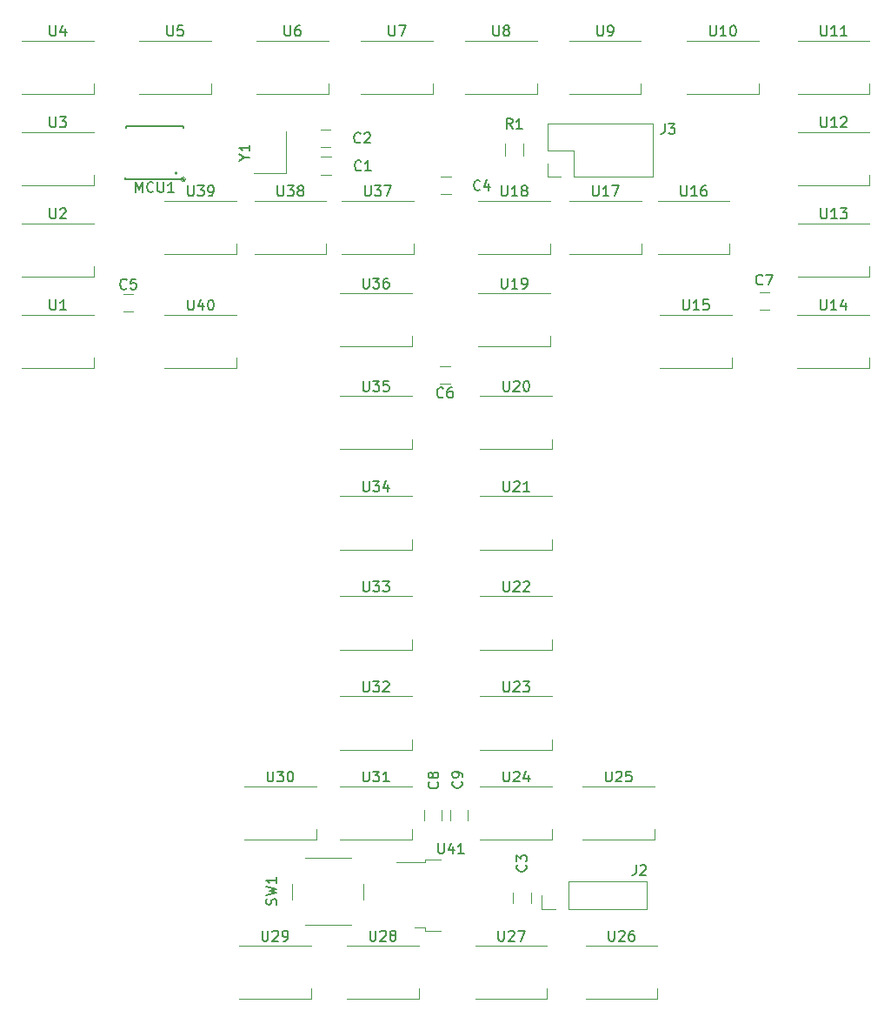
<source format=gbr>
G04 #@! TF.GenerationSoftware,KiCad,Pcbnew,(5.0.0)*
G04 #@! TF.CreationDate,2019-03-24T20:36:13-04:00*
G04 #@! TF.ProjectId,WS2812B Tiny T,575332383132422054696E7920542E6B,rev?*
G04 #@! TF.SameCoordinates,Original*
G04 #@! TF.FileFunction,Legend,Top*
G04 #@! TF.FilePolarity,Positive*
%FSLAX46Y46*%
G04 Gerber Fmt 4.6, Leading zero omitted, Abs format (unit mm)*
G04 Created by KiCad (PCBNEW (5.0.0)) date 03/24/19 20:36:13*
%MOMM*%
%LPD*%
G01*
G04 APERTURE LIST*
%ADD10C,0.120000*%
%ADD11C,0.100000*%
%ADD12C,0.150000*%
G04 APERTURE END LIST*
D10*
G04 #@! TO.C,U1*
X93162000Y-89912500D02*
X93162000Y-88912500D01*
X86162000Y-89912500D02*
X93162000Y-89912500D01*
X86162000Y-84712500D02*
X93162000Y-84712500D01*
G04 #@! TO.C,U2*
X86162000Y-75822500D02*
X93162000Y-75822500D01*
X86162000Y-81022500D02*
X93162000Y-81022500D01*
X93162000Y-81022500D02*
X93162000Y-80022500D01*
G04 #@! TO.C,U3*
X93162000Y-72132500D02*
X93162000Y-71132500D01*
X86162000Y-72132500D02*
X93162000Y-72132500D01*
X86162000Y-66932500D02*
X93162000Y-66932500D01*
G04 #@! TO.C,U4*
X86162000Y-58042500D02*
X93162000Y-58042500D01*
X86162000Y-63242500D02*
X93162000Y-63242500D01*
X93162000Y-63242500D02*
X93162000Y-62242500D01*
G04 #@! TO.C,U5*
X104592000Y-63242500D02*
X104592000Y-62242500D01*
X97592000Y-63242500D02*
X104592000Y-63242500D01*
X97592000Y-58042500D02*
X104592000Y-58042500D01*
G04 #@! TO.C,U6*
X109022000Y-58042500D02*
X116022000Y-58042500D01*
X109022000Y-63242500D02*
X116022000Y-63242500D01*
X116022000Y-63242500D02*
X116022000Y-62242500D01*
G04 #@! TO.C,U7*
X126182000Y-63242500D02*
X126182000Y-62242500D01*
X119182000Y-63242500D02*
X126182000Y-63242500D01*
X119182000Y-58042500D02*
X126182000Y-58042500D01*
G04 #@! TO.C,U8*
X129342000Y-58042500D02*
X136342000Y-58042500D01*
X129342000Y-63242500D02*
X136342000Y-63242500D01*
X136342000Y-63242500D02*
X136342000Y-62242500D01*
G04 #@! TO.C,U9*
X146462000Y-63242500D02*
X146462000Y-62242500D01*
X139462000Y-63242500D02*
X146462000Y-63242500D01*
X139462000Y-58042500D02*
X146462000Y-58042500D01*
G04 #@! TO.C,U10*
X150932000Y-58042500D02*
X157932000Y-58042500D01*
X150932000Y-63242500D02*
X157932000Y-63242500D01*
X157932000Y-63242500D02*
X157932000Y-62242500D01*
G04 #@! TO.C,U11*
X168727000Y-63242500D02*
X168727000Y-62242500D01*
X161727000Y-63242500D02*
X168727000Y-63242500D01*
X161727000Y-58042500D02*
X168727000Y-58042500D01*
G04 #@! TO.C,U12*
X161727000Y-66932500D02*
X168727000Y-66932500D01*
X161727000Y-72132500D02*
X168727000Y-72132500D01*
X168727000Y-72132500D02*
X168727000Y-71132500D01*
G04 #@! TO.C,U13*
X168727000Y-81022500D02*
X168727000Y-80022500D01*
X161727000Y-81022500D02*
X168727000Y-81022500D01*
X161727000Y-75822500D02*
X168727000Y-75822500D01*
G04 #@! TO.C,U15*
X148301000Y-84712500D02*
X155301000Y-84712500D01*
X148301000Y-89912500D02*
X155301000Y-89912500D01*
X155301000Y-89912500D02*
X155301000Y-88912500D01*
G04 #@! TO.C,U16*
X155098000Y-78822500D02*
X155098000Y-77822500D01*
X148098000Y-78822500D02*
X155098000Y-78822500D01*
X148098000Y-73622500D02*
X155098000Y-73622500D01*
G04 #@! TO.C,U17*
X139502000Y-73622500D02*
X146502000Y-73622500D01*
X139502000Y-78822500D02*
X146502000Y-78822500D01*
X146502000Y-78822500D02*
X146502000Y-77822500D01*
G04 #@! TO.C,U18*
X137612000Y-78822500D02*
X137612000Y-77822500D01*
X130612000Y-78822500D02*
X137612000Y-78822500D01*
X130612000Y-73622500D02*
X137612000Y-73622500D01*
G04 #@! TO.C,U19*
X130612000Y-82622500D02*
X137612000Y-82622500D01*
X130612000Y-87822500D02*
X137612000Y-87822500D01*
X137612000Y-87822500D02*
X137612000Y-86822500D01*
G04 #@! TO.C,U20*
X137812000Y-97822500D02*
X137812000Y-96822500D01*
X130812000Y-97822500D02*
X137812000Y-97822500D01*
X130812000Y-92622500D02*
X137812000Y-92622500D01*
G04 #@! TO.C,U21*
X137812000Y-107572500D02*
X137812000Y-106572500D01*
X130812000Y-107572500D02*
X137812000Y-107572500D01*
X130812000Y-102372500D02*
X137812000Y-102372500D01*
G04 #@! TO.C,U22*
X130812000Y-112122500D02*
X137812000Y-112122500D01*
X130812000Y-117322500D02*
X137812000Y-117322500D01*
X137812000Y-117322500D02*
X137812000Y-116322500D01*
G04 #@! TO.C,U23*
X137812000Y-127072500D02*
X137812000Y-126072500D01*
X130812000Y-127072500D02*
X137812000Y-127072500D01*
X130812000Y-121872500D02*
X137812000Y-121872500D01*
G04 #@! TO.C,U24*
X130812000Y-130622500D02*
X137812000Y-130622500D01*
X130812000Y-135822500D02*
X137812000Y-135822500D01*
X137812000Y-135822500D02*
X137812000Y-134822500D01*
G04 #@! TO.C,U25*
X147772000Y-135822500D02*
X147772000Y-134822500D01*
X140772000Y-135822500D02*
X147772000Y-135822500D01*
X140772000Y-130622500D02*
X147772000Y-130622500D01*
G04 #@! TO.C,U26*
X141062000Y-146122500D02*
X148062000Y-146122500D01*
X141062000Y-151322500D02*
X148062000Y-151322500D01*
X148062000Y-151322500D02*
X148062000Y-150322500D01*
G04 #@! TO.C,U27*
X137312000Y-151322500D02*
X137312000Y-150322500D01*
X130312000Y-151322500D02*
X137312000Y-151322500D01*
X130312000Y-146122500D02*
X137312000Y-146122500D01*
G04 #@! TO.C,U28*
X117812000Y-146122500D02*
X124812000Y-146122500D01*
X117812000Y-151322500D02*
X124812000Y-151322500D01*
X124812000Y-151322500D02*
X124812000Y-150322500D01*
G04 #@! TO.C,U29*
X114312000Y-151322500D02*
X114312000Y-150322500D01*
X107312000Y-151322500D02*
X114312000Y-151322500D01*
X107312000Y-146122500D02*
X114312000Y-146122500D01*
G04 #@! TO.C,U30*
X107812000Y-130622500D02*
X114812000Y-130622500D01*
X107812000Y-135822500D02*
X114812000Y-135822500D01*
X114812000Y-135822500D02*
X114812000Y-134822500D01*
G04 #@! TO.C,U31*
X124142000Y-135822500D02*
X124142000Y-134822500D01*
X117142000Y-135822500D02*
X124142000Y-135822500D01*
X117142000Y-130622500D02*
X124142000Y-130622500D01*
G04 #@! TO.C,U32*
X117142000Y-121872500D02*
X124142000Y-121872500D01*
X117142000Y-127072500D02*
X124142000Y-127072500D01*
X124142000Y-127072500D02*
X124142000Y-126072500D01*
G04 #@! TO.C,U33*
X124142000Y-117322500D02*
X124142000Y-116322500D01*
X117142000Y-117322500D02*
X124142000Y-117322500D01*
X117142000Y-112122500D02*
X124142000Y-112122500D01*
G04 #@! TO.C,U34*
X117142000Y-102372500D02*
X124142000Y-102372500D01*
X117142000Y-107572500D02*
X124142000Y-107572500D01*
X124142000Y-107572500D02*
X124142000Y-106572500D01*
G04 #@! TO.C,U35*
X124142000Y-97822500D02*
X124142000Y-96822500D01*
X117142000Y-97822500D02*
X124142000Y-97822500D01*
X117142000Y-92622500D02*
X124142000Y-92622500D01*
G04 #@! TO.C,U36*
X117142000Y-82622500D02*
X124142000Y-82622500D01*
X117142000Y-87822500D02*
X124142000Y-87822500D01*
X124142000Y-87822500D02*
X124142000Y-86822500D01*
G04 #@! TO.C,U37*
X124312000Y-78822500D02*
X124312000Y-77822500D01*
X117312000Y-78822500D02*
X124312000Y-78822500D01*
X117312000Y-73622500D02*
X124312000Y-73622500D01*
G04 #@! TO.C,U38*
X108812000Y-73622500D02*
X115812000Y-73622500D01*
X108812000Y-78822500D02*
X115812000Y-78822500D01*
X115812000Y-78822500D02*
X115812000Y-77822500D01*
G04 #@! TO.C,U39*
X107062000Y-78822500D02*
X107062000Y-77822500D01*
X100062000Y-78822500D02*
X107062000Y-78822500D01*
X100062000Y-73622500D02*
X107062000Y-73622500D01*
G04 #@! TO.C,U14*
X168687000Y-89912500D02*
X168687000Y-88912500D01*
X161687000Y-89912500D02*
X168687000Y-89912500D01*
X161687000Y-84712500D02*
X168687000Y-84712500D01*
G04 #@! TO.C,C1*
X116304000Y-69381000D02*
X115304000Y-69381000D01*
X115304000Y-71081000D02*
X116304000Y-71081000D01*
G04 #@! TO.C,C2*
X115240500Y-68414000D02*
X116240500Y-68414000D01*
X116240500Y-66714000D02*
X115240500Y-66714000D01*
G04 #@! TO.C,C3*
X135724000Y-141945500D02*
X135724000Y-140945500D01*
X134024000Y-140945500D02*
X134024000Y-141945500D01*
G04 #@! TO.C,C4*
X126937000Y-73024100D02*
X127937000Y-73024100D01*
X127937000Y-71324100D02*
X126937000Y-71324100D01*
G04 #@! TO.C,C5*
X96020000Y-84403300D02*
X97020000Y-84403300D01*
X97020000Y-82703300D02*
X96020000Y-82703300D01*
G04 #@! TO.C,C6*
X126876000Y-91464500D02*
X127876000Y-91464500D01*
X127876000Y-89764500D02*
X126876000Y-89764500D01*
G04 #@! TO.C,C7*
X158996000Y-82550900D02*
X157996000Y-82550900D01*
X157996000Y-84250900D02*
X158996000Y-84250900D01*
G04 #@! TO.C,C8*
X125337000Y-132938500D02*
X125337000Y-133938500D01*
X127037000Y-133938500D02*
X127037000Y-132938500D01*
G04 #@! TO.C,C9*
X129551000Y-133919500D02*
X129551000Y-132919500D01*
X127851000Y-132919500D02*
X127851000Y-133919500D01*
G04 #@! TO.C,J2*
X136782000Y-142552500D02*
X136782000Y-141222500D01*
X138112000Y-142552500D02*
X136782000Y-142552500D01*
X139382000Y-142552500D02*
X139382000Y-139892500D01*
X139382000Y-139892500D02*
X147062000Y-139892500D01*
X139382000Y-142552500D02*
X147062000Y-142552500D01*
X147062000Y-142552500D02*
X147062000Y-139892500D01*
G04 #@! TO.C,U40*
X107062000Y-89922500D02*
X107062000Y-88922500D01*
X100062000Y-89922500D02*
X107062000Y-89922500D01*
X100062000Y-84722500D02*
X107062000Y-84722500D01*
G04 #@! TO.C,SW1*
X119462000Y-141622500D02*
X119462000Y-140122500D01*
X118212000Y-137622500D02*
X113712000Y-137622500D01*
X112462000Y-140122500D02*
X112462000Y-141622500D01*
X113712000Y-144122500D02*
X118212000Y-144122500D01*
G04 #@! TO.C,U41*
X125478000Y-144391500D02*
X124378000Y-144391500D01*
X125478000Y-144661500D02*
X125478000Y-144391500D01*
X126978000Y-144661500D02*
X125478000Y-144661500D01*
X125478000Y-138031500D02*
X122648000Y-138031500D01*
X125478000Y-137761500D02*
X125478000Y-138031500D01*
X126978000Y-137761500D02*
X125478000Y-137761500D01*
G04 #@! TO.C,J3*
X137350000Y-71323500D02*
X137350000Y-69993500D01*
X138680000Y-71323500D02*
X137350000Y-71323500D01*
X137350000Y-68723500D02*
X137350000Y-66123500D01*
X139950000Y-68723500D02*
X137350000Y-68723500D01*
X139950000Y-71323500D02*
X139950000Y-68723500D01*
X137350000Y-66123500D02*
X147630000Y-66123500D01*
X139950000Y-71323500D02*
X147630000Y-71323500D01*
X147630000Y-71323500D02*
X147630000Y-66123500D01*
G04 #@! TO.C,R1*
X134992000Y-68053700D02*
X134992000Y-69253700D01*
X133232000Y-69253700D02*
X133232000Y-68053700D01*
D11*
G04 #@! TO.C,MCU1*
X102112607Y-71561000D02*
G75*
G03X102112607Y-71561000I-223607J0D01*
G01*
X102030421Y-71561000D02*
G75*
G03X102030421Y-71561000I-141421J0D01*
G01*
X101330421Y-70961000D02*
G75*
G03X101330421Y-70961000I-141421J0D01*
G01*
D12*
X101889000Y-71561000D02*
X101889000Y-71461000D01*
X96189000Y-71561000D02*
X96189000Y-71361000D01*
X96289000Y-66386000D02*
X96289000Y-66531000D01*
X101889000Y-66361000D02*
X101889000Y-66561000D01*
X101889000Y-71561000D02*
X96189000Y-71561000D01*
X101864000Y-66361000D02*
X96289000Y-66361000D01*
D10*
G04 #@! TO.C,Y1*
X111912500Y-70918000D02*
X111912500Y-66918000D01*
X108762500Y-70918000D02*
X111912500Y-70918000D01*
G04 #@! TO.C,U1*
D12*
X88900095Y-83264880D02*
X88900095Y-84074404D01*
X88947714Y-84169642D01*
X88995333Y-84217261D01*
X89090571Y-84264880D01*
X89281047Y-84264880D01*
X89376285Y-84217261D01*
X89423904Y-84169642D01*
X89471523Y-84074404D01*
X89471523Y-83264880D01*
X90471523Y-84264880D02*
X89900095Y-84264880D01*
X90185809Y-84264880D02*
X90185809Y-83264880D01*
X90090571Y-83407738D01*
X89995333Y-83502976D01*
X89900095Y-83550595D01*
G04 #@! TO.C,U2*
X88900095Y-74374880D02*
X88900095Y-75184404D01*
X88947714Y-75279642D01*
X88995333Y-75327261D01*
X89090571Y-75374880D01*
X89281047Y-75374880D01*
X89376285Y-75327261D01*
X89423904Y-75279642D01*
X89471523Y-75184404D01*
X89471523Y-74374880D01*
X89900095Y-74470119D02*
X89947714Y-74422500D01*
X90042952Y-74374880D01*
X90281047Y-74374880D01*
X90376285Y-74422500D01*
X90423904Y-74470119D01*
X90471523Y-74565357D01*
X90471523Y-74660595D01*
X90423904Y-74803452D01*
X89852476Y-75374880D01*
X90471523Y-75374880D01*
G04 #@! TO.C,U3*
X88900095Y-65484880D02*
X88900095Y-66294404D01*
X88947714Y-66389642D01*
X88995333Y-66437261D01*
X89090571Y-66484880D01*
X89281047Y-66484880D01*
X89376285Y-66437261D01*
X89423904Y-66389642D01*
X89471523Y-66294404D01*
X89471523Y-65484880D01*
X89852476Y-65484880D02*
X90471523Y-65484880D01*
X90138190Y-65865833D01*
X90281047Y-65865833D01*
X90376285Y-65913452D01*
X90423904Y-65961071D01*
X90471523Y-66056309D01*
X90471523Y-66294404D01*
X90423904Y-66389642D01*
X90376285Y-66437261D01*
X90281047Y-66484880D01*
X89995333Y-66484880D01*
X89900095Y-66437261D01*
X89852476Y-66389642D01*
G04 #@! TO.C,U4*
X88900095Y-56594880D02*
X88900095Y-57404404D01*
X88947714Y-57499642D01*
X88995333Y-57547261D01*
X89090571Y-57594880D01*
X89281047Y-57594880D01*
X89376285Y-57547261D01*
X89423904Y-57499642D01*
X89471523Y-57404404D01*
X89471523Y-56594880D01*
X90376285Y-56928214D02*
X90376285Y-57594880D01*
X90138190Y-56547261D02*
X89900095Y-57261547D01*
X90519142Y-57261547D01*
G04 #@! TO.C,U5*
X100330095Y-56594880D02*
X100330095Y-57404404D01*
X100377714Y-57499642D01*
X100425333Y-57547261D01*
X100520571Y-57594880D01*
X100711047Y-57594880D01*
X100806285Y-57547261D01*
X100853904Y-57499642D01*
X100901523Y-57404404D01*
X100901523Y-56594880D01*
X101853904Y-56594880D02*
X101377714Y-56594880D01*
X101330095Y-57071071D01*
X101377714Y-57023452D01*
X101472952Y-56975833D01*
X101711047Y-56975833D01*
X101806285Y-57023452D01*
X101853904Y-57071071D01*
X101901523Y-57166309D01*
X101901523Y-57404404D01*
X101853904Y-57499642D01*
X101806285Y-57547261D01*
X101711047Y-57594880D01*
X101472952Y-57594880D01*
X101377714Y-57547261D01*
X101330095Y-57499642D01*
G04 #@! TO.C,U6*
X111760095Y-56594880D02*
X111760095Y-57404404D01*
X111807714Y-57499642D01*
X111855333Y-57547261D01*
X111950571Y-57594880D01*
X112141047Y-57594880D01*
X112236285Y-57547261D01*
X112283904Y-57499642D01*
X112331523Y-57404404D01*
X112331523Y-56594880D01*
X113236285Y-56594880D02*
X113045809Y-56594880D01*
X112950571Y-56642500D01*
X112902952Y-56690119D01*
X112807714Y-56832976D01*
X112760095Y-57023452D01*
X112760095Y-57404404D01*
X112807714Y-57499642D01*
X112855333Y-57547261D01*
X112950571Y-57594880D01*
X113141047Y-57594880D01*
X113236285Y-57547261D01*
X113283904Y-57499642D01*
X113331523Y-57404404D01*
X113331523Y-57166309D01*
X113283904Y-57071071D01*
X113236285Y-57023452D01*
X113141047Y-56975833D01*
X112950571Y-56975833D01*
X112855333Y-57023452D01*
X112807714Y-57071071D01*
X112760095Y-57166309D01*
G04 #@! TO.C,U7*
X121920095Y-56594880D02*
X121920095Y-57404404D01*
X121967714Y-57499642D01*
X122015333Y-57547261D01*
X122110571Y-57594880D01*
X122301047Y-57594880D01*
X122396285Y-57547261D01*
X122443904Y-57499642D01*
X122491523Y-57404404D01*
X122491523Y-56594880D01*
X122872476Y-56594880D02*
X123539142Y-56594880D01*
X123110571Y-57594880D01*
G04 #@! TO.C,U8*
X132080095Y-56594880D02*
X132080095Y-57404404D01*
X132127714Y-57499642D01*
X132175333Y-57547261D01*
X132270571Y-57594880D01*
X132461047Y-57594880D01*
X132556285Y-57547261D01*
X132603904Y-57499642D01*
X132651523Y-57404404D01*
X132651523Y-56594880D01*
X133270571Y-57023452D02*
X133175333Y-56975833D01*
X133127714Y-56928214D01*
X133080095Y-56832976D01*
X133080095Y-56785357D01*
X133127714Y-56690119D01*
X133175333Y-56642500D01*
X133270571Y-56594880D01*
X133461047Y-56594880D01*
X133556285Y-56642500D01*
X133603904Y-56690119D01*
X133651523Y-56785357D01*
X133651523Y-56832976D01*
X133603904Y-56928214D01*
X133556285Y-56975833D01*
X133461047Y-57023452D01*
X133270571Y-57023452D01*
X133175333Y-57071071D01*
X133127714Y-57118690D01*
X133080095Y-57213928D01*
X133080095Y-57404404D01*
X133127714Y-57499642D01*
X133175333Y-57547261D01*
X133270571Y-57594880D01*
X133461047Y-57594880D01*
X133556285Y-57547261D01*
X133603904Y-57499642D01*
X133651523Y-57404404D01*
X133651523Y-57213928D01*
X133603904Y-57118690D01*
X133556285Y-57071071D01*
X133461047Y-57023452D01*
G04 #@! TO.C,U9*
X142200095Y-56594880D02*
X142200095Y-57404404D01*
X142247714Y-57499642D01*
X142295333Y-57547261D01*
X142390571Y-57594880D01*
X142581047Y-57594880D01*
X142676285Y-57547261D01*
X142723904Y-57499642D01*
X142771523Y-57404404D01*
X142771523Y-56594880D01*
X143295333Y-57594880D02*
X143485809Y-57594880D01*
X143581047Y-57547261D01*
X143628666Y-57499642D01*
X143723904Y-57356785D01*
X143771523Y-57166309D01*
X143771523Y-56785357D01*
X143723904Y-56690119D01*
X143676285Y-56642500D01*
X143581047Y-56594880D01*
X143390571Y-56594880D01*
X143295333Y-56642500D01*
X143247714Y-56690119D01*
X143200095Y-56785357D01*
X143200095Y-57023452D01*
X143247714Y-57118690D01*
X143295333Y-57166309D01*
X143390571Y-57213928D01*
X143581047Y-57213928D01*
X143676285Y-57166309D01*
X143723904Y-57118690D01*
X143771523Y-57023452D01*
G04 #@! TO.C,U10*
X153193904Y-56594880D02*
X153193904Y-57404404D01*
X153241523Y-57499642D01*
X153289142Y-57547261D01*
X153384380Y-57594880D01*
X153574857Y-57594880D01*
X153670095Y-57547261D01*
X153717714Y-57499642D01*
X153765333Y-57404404D01*
X153765333Y-56594880D01*
X154765333Y-57594880D02*
X154193904Y-57594880D01*
X154479619Y-57594880D02*
X154479619Y-56594880D01*
X154384380Y-56737738D01*
X154289142Y-56832976D01*
X154193904Y-56880595D01*
X155384380Y-56594880D02*
X155479619Y-56594880D01*
X155574857Y-56642500D01*
X155622476Y-56690119D01*
X155670095Y-56785357D01*
X155717714Y-56975833D01*
X155717714Y-57213928D01*
X155670095Y-57404404D01*
X155622476Y-57499642D01*
X155574857Y-57547261D01*
X155479619Y-57594880D01*
X155384380Y-57594880D01*
X155289142Y-57547261D01*
X155241523Y-57499642D01*
X155193904Y-57404404D01*
X155146285Y-57213928D01*
X155146285Y-56975833D01*
X155193904Y-56785357D01*
X155241523Y-56690119D01*
X155289142Y-56642500D01*
X155384380Y-56594880D01*
G04 #@! TO.C,U11*
X163988904Y-56594880D02*
X163988904Y-57404404D01*
X164036523Y-57499642D01*
X164084142Y-57547261D01*
X164179380Y-57594880D01*
X164369857Y-57594880D01*
X164465095Y-57547261D01*
X164512714Y-57499642D01*
X164560333Y-57404404D01*
X164560333Y-56594880D01*
X165560333Y-57594880D02*
X164988904Y-57594880D01*
X165274619Y-57594880D02*
X165274619Y-56594880D01*
X165179380Y-56737738D01*
X165084142Y-56832976D01*
X164988904Y-56880595D01*
X166512714Y-57594880D02*
X165941285Y-57594880D01*
X166227000Y-57594880D02*
X166227000Y-56594880D01*
X166131761Y-56737738D01*
X166036523Y-56832976D01*
X165941285Y-56880595D01*
G04 #@! TO.C,U12*
X163988904Y-65484880D02*
X163988904Y-66294404D01*
X164036523Y-66389642D01*
X164084142Y-66437261D01*
X164179380Y-66484880D01*
X164369857Y-66484880D01*
X164465095Y-66437261D01*
X164512714Y-66389642D01*
X164560333Y-66294404D01*
X164560333Y-65484880D01*
X165560333Y-66484880D02*
X164988904Y-66484880D01*
X165274619Y-66484880D02*
X165274619Y-65484880D01*
X165179380Y-65627738D01*
X165084142Y-65722976D01*
X164988904Y-65770595D01*
X165941285Y-65580119D02*
X165988904Y-65532500D01*
X166084142Y-65484880D01*
X166322238Y-65484880D01*
X166417476Y-65532500D01*
X166465095Y-65580119D01*
X166512714Y-65675357D01*
X166512714Y-65770595D01*
X166465095Y-65913452D01*
X165893666Y-66484880D01*
X166512714Y-66484880D01*
G04 #@! TO.C,U13*
X163988904Y-74374880D02*
X163988904Y-75184404D01*
X164036523Y-75279642D01*
X164084142Y-75327261D01*
X164179380Y-75374880D01*
X164369857Y-75374880D01*
X164465095Y-75327261D01*
X164512714Y-75279642D01*
X164560333Y-75184404D01*
X164560333Y-74374880D01*
X165560333Y-75374880D02*
X164988904Y-75374880D01*
X165274619Y-75374880D02*
X165274619Y-74374880D01*
X165179380Y-74517738D01*
X165084142Y-74612976D01*
X164988904Y-74660595D01*
X165893666Y-74374880D02*
X166512714Y-74374880D01*
X166179380Y-74755833D01*
X166322238Y-74755833D01*
X166417476Y-74803452D01*
X166465095Y-74851071D01*
X166512714Y-74946309D01*
X166512714Y-75184404D01*
X166465095Y-75279642D01*
X166417476Y-75327261D01*
X166322238Y-75374880D01*
X166036523Y-75374880D01*
X165941285Y-75327261D01*
X165893666Y-75279642D01*
G04 #@! TO.C,U15*
X150562904Y-83264880D02*
X150562904Y-84074404D01*
X150610523Y-84169642D01*
X150658142Y-84217261D01*
X150753380Y-84264880D01*
X150943857Y-84264880D01*
X151039095Y-84217261D01*
X151086714Y-84169642D01*
X151134333Y-84074404D01*
X151134333Y-83264880D01*
X152134333Y-84264880D02*
X151562904Y-84264880D01*
X151848619Y-84264880D02*
X151848619Y-83264880D01*
X151753380Y-83407738D01*
X151658142Y-83502976D01*
X151562904Y-83550595D01*
X153039095Y-83264880D02*
X152562904Y-83264880D01*
X152515285Y-83741071D01*
X152562904Y-83693452D01*
X152658142Y-83645833D01*
X152896238Y-83645833D01*
X152991476Y-83693452D01*
X153039095Y-83741071D01*
X153086714Y-83836309D01*
X153086714Y-84074404D01*
X153039095Y-84169642D01*
X152991476Y-84217261D01*
X152896238Y-84264880D01*
X152658142Y-84264880D01*
X152562904Y-84217261D01*
X152515285Y-84169642D01*
G04 #@! TO.C,U16*
X150359904Y-72174880D02*
X150359904Y-72984404D01*
X150407523Y-73079642D01*
X150455142Y-73127261D01*
X150550380Y-73174880D01*
X150740857Y-73174880D01*
X150836095Y-73127261D01*
X150883714Y-73079642D01*
X150931333Y-72984404D01*
X150931333Y-72174880D01*
X151931333Y-73174880D02*
X151359904Y-73174880D01*
X151645619Y-73174880D02*
X151645619Y-72174880D01*
X151550380Y-72317738D01*
X151455142Y-72412976D01*
X151359904Y-72460595D01*
X152788476Y-72174880D02*
X152598000Y-72174880D01*
X152502761Y-72222500D01*
X152455142Y-72270119D01*
X152359904Y-72412976D01*
X152312285Y-72603452D01*
X152312285Y-72984404D01*
X152359904Y-73079642D01*
X152407523Y-73127261D01*
X152502761Y-73174880D01*
X152693238Y-73174880D01*
X152788476Y-73127261D01*
X152836095Y-73079642D01*
X152883714Y-72984404D01*
X152883714Y-72746309D01*
X152836095Y-72651071D01*
X152788476Y-72603452D01*
X152693238Y-72555833D01*
X152502761Y-72555833D01*
X152407523Y-72603452D01*
X152359904Y-72651071D01*
X152312285Y-72746309D01*
G04 #@! TO.C,U17*
X141763904Y-72174880D02*
X141763904Y-72984404D01*
X141811523Y-73079642D01*
X141859142Y-73127261D01*
X141954380Y-73174880D01*
X142144857Y-73174880D01*
X142240095Y-73127261D01*
X142287714Y-73079642D01*
X142335333Y-72984404D01*
X142335333Y-72174880D01*
X143335333Y-73174880D02*
X142763904Y-73174880D01*
X143049619Y-73174880D02*
X143049619Y-72174880D01*
X142954380Y-72317738D01*
X142859142Y-72412976D01*
X142763904Y-72460595D01*
X143668666Y-72174880D02*
X144335333Y-72174880D01*
X143906761Y-73174880D01*
G04 #@! TO.C,U18*
X132873904Y-72174880D02*
X132873904Y-72984404D01*
X132921523Y-73079642D01*
X132969142Y-73127261D01*
X133064380Y-73174880D01*
X133254857Y-73174880D01*
X133350095Y-73127261D01*
X133397714Y-73079642D01*
X133445333Y-72984404D01*
X133445333Y-72174880D01*
X134445333Y-73174880D02*
X133873904Y-73174880D01*
X134159619Y-73174880D02*
X134159619Y-72174880D01*
X134064380Y-72317738D01*
X133969142Y-72412976D01*
X133873904Y-72460595D01*
X135016761Y-72603452D02*
X134921523Y-72555833D01*
X134873904Y-72508214D01*
X134826285Y-72412976D01*
X134826285Y-72365357D01*
X134873904Y-72270119D01*
X134921523Y-72222500D01*
X135016761Y-72174880D01*
X135207238Y-72174880D01*
X135302476Y-72222500D01*
X135350095Y-72270119D01*
X135397714Y-72365357D01*
X135397714Y-72412976D01*
X135350095Y-72508214D01*
X135302476Y-72555833D01*
X135207238Y-72603452D01*
X135016761Y-72603452D01*
X134921523Y-72651071D01*
X134873904Y-72698690D01*
X134826285Y-72793928D01*
X134826285Y-72984404D01*
X134873904Y-73079642D01*
X134921523Y-73127261D01*
X135016761Y-73174880D01*
X135207238Y-73174880D01*
X135302476Y-73127261D01*
X135350095Y-73079642D01*
X135397714Y-72984404D01*
X135397714Y-72793928D01*
X135350095Y-72698690D01*
X135302476Y-72651071D01*
X135207238Y-72603452D01*
G04 #@! TO.C,U19*
X132873904Y-81174880D02*
X132873904Y-81984404D01*
X132921523Y-82079642D01*
X132969142Y-82127261D01*
X133064380Y-82174880D01*
X133254857Y-82174880D01*
X133350095Y-82127261D01*
X133397714Y-82079642D01*
X133445333Y-81984404D01*
X133445333Y-81174880D01*
X134445333Y-82174880D02*
X133873904Y-82174880D01*
X134159619Y-82174880D02*
X134159619Y-81174880D01*
X134064380Y-81317738D01*
X133969142Y-81412976D01*
X133873904Y-81460595D01*
X134921523Y-82174880D02*
X135112000Y-82174880D01*
X135207238Y-82127261D01*
X135254857Y-82079642D01*
X135350095Y-81936785D01*
X135397714Y-81746309D01*
X135397714Y-81365357D01*
X135350095Y-81270119D01*
X135302476Y-81222500D01*
X135207238Y-81174880D01*
X135016761Y-81174880D01*
X134921523Y-81222500D01*
X134873904Y-81270119D01*
X134826285Y-81365357D01*
X134826285Y-81603452D01*
X134873904Y-81698690D01*
X134921523Y-81746309D01*
X135016761Y-81793928D01*
X135207238Y-81793928D01*
X135302476Y-81746309D01*
X135350095Y-81698690D01*
X135397714Y-81603452D01*
G04 #@! TO.C,U20*
X133073904Y-91174880D02*
X133073904Y-91984404D01*
X133121523Y-92079642D01*
X133169142Y-92127261D01*
X133264380Y-92174880D01*
X133454857Y-92174880D01*
X133550095Y-92127261D01*
X133597714Y-92079642D01*
X133645333Y-91984404D01*
X133645333Y-91174880D01*
X134073904Y-91270119D02*
X134121523Y-91222500D01*
X134216761Y-91174880D01*
X134454857Y-91174880D01*
X134550095Y-91222500D01*
X134597714Y-91270119D01*
X134645333Y-91365357D01*
X134645333Y-91460595D01*
X134597714Y-91603452D01*
X134026285Y-92174880D01*
X134645333Y-92174880D01*
X135264380Y-91174880D02*
X135359619Y-91174880D01*
X135454857Y-91222500D01*
X135502476Y-91270119D01*
X135550095Y-91365357D01*
X135597714Y-91555833D01*
X135597714Y-91793928D01*
X135550095Y-91984404D01*
X135502476Y-92079642D01*
X135454857Y-92127261D01*
X135359619Y-92174880D01*
X135264380Y-92174880D01*
X135169142Y-92127261D01*
X135121523Y-92079642D01*
X135073904Y-91984404D01*
X135026285Y-91793928D01*
X135026285Y-91555833D01*
X135073904Y-91365357D01*
X135121523Y-91270119D01*
X135169142Y-91222500D01*
X135264380Y-91174880D01*
G04 #@! TO.C,U21*
X133073904Y-100924880D02*
X133073904Y-101734404D01*
X133121523Y-101829642D01*
X133169142Y-101877261D01*
X133264380Y-101924880D01*
X133454857Y-101924880D01*
X133550095Y-101877261D01*
X133597714Y-101829642D01*
X133645333Y-101734404D01*
X133645333Y-100924880D01*
X134073904Y-101020119D02*
X134121523Y-100972500D01*
X134216761Y-100924880D01*
X134454857Y-100924880D01*
X134550095Y-100972500D01*
X134597714Y-101020119D01*
X134645333Y-101115357D01*
X134645333Y-101210595D01*
X134597714Y-101353452D01*
X134026285Y-101924880D01*
X134645333Y-101924880D01*
X135597714Y-101924880D02*
X135026285Y-101924880D01*
X135312000Y-101924880D02*
X135312000Y-100924880D01*
X135216761Y-101067738D01*
X135121523Y-101162976D01*
X135026285Y-101210595D01*
G04 #@! TO.C,U22*
X133073904Y-110674880D02*
X133073904Y-111484404D01*
X133121523Y-111579642D01*
X133169142Y-111627261D01*
X133264380Y-111674880D01*
X133454857Y-111674880D01*
X133550095Y-111627261D01*
X133597714Y-111579642D01*
X133645333Y-111484404D01*
X133645333Y-110674880D01*
X134073904Y-110770119D02*
X134121523Y-110722500D01*
X134216761Y-110674880D01*
X134454857Y-110674880D01*
X134550095Y-110722500D01*
X134597714Y-110770119D01*
X134645333Y-110865357D01*
X134645333Y-110960595D01*
X134597714Y-111103452D01*
X134026285Y-111674880D01*
X134645333Y-111674880D01*
X135026285Y-110770119D02*
X135073904Y-110722500D01*
X135169142Y-110674880D01*
X135407238Y-110674880D01*
X135502476Y-110722500D01*
X135550095Y-110770119D01*
X135597714Y-110865357D01*
X135597714Y-110960595D01*
X135550095Y-111103452D01*
X134978666Y-111674880D01*
X135597714Y-111674880D01*
G04 #@! TO.C,U23*
X133073904Y-120424880D02*
X133073904Y-121234404D01*
X133121523Y-121329642D01*
X133169142Y-121377261D01*
X133264380Y-121424880D01*
X133454857Y-121424880D01*
X133550095Y-121377261D01*
X133597714Y-121329642D01*
X133645333Y-121234404D01*
X133645333Y-120424880D01*
X134073904Y-120520119D02*
X134121523Y-120472500D01*
X134216761Y-120424880D01*
X134454857Y-120424880D01*
X134550095Y-120472500D01*
X134597714Y-120520119D01*
X134645333Y-120615357D01*
X134645333Y-120710595D01*
X134597714Y-120853452D01*
X134026285Y-121424880D01*
X134645333Y-121424880D01*
X134978666Y-120424880D02*
X135597714Y-120424880D01*
X135264380Y-120805833D01*
X135407238Y-120805833D01*
X135502476Y-120853452D01*
X135550095Y-120901071D01*
X135597714Y-120996309D01*
X135597714Y-121234404D01*
X135550095Y-121329642D01*
X135502476Y-121377261D01*
X135407238Y-121424880D01*
X135121523Y-121424880D01*
X135026285Y-121377261D01*
X134978666Y-121329642D01*
G04 #@! TO.C,U24*
X133073904Y-129174880D02*
X133073904Y-129984404D01*
X133121523Y-130079642D01*
X133169142Y-130127261D01*
X133264380Y-130174880D01*
X133454857Y-130174880D01*
X133550095Y-130127261D01*
X133597714Y-130079642D01*
X133645333Y-129984404D01*
X133645333Y-129174880D01*
X134073904Y-129270119D02*
X134121523Y-129222500D01*
X134216761Y-129174880D01*
X134454857Y-129174880D01*
X134550095Y-129222500D01*
X134597714Y-129270119D01*
X134645333Y-129365357D01*
X134645333Y-129460595D01*
X134597714Y-129603452D01*
X134026285Y-130174880D01*
X134645333Y-130174880D01*
X135502476Y-129508214D02*
X135502476Y-130174880D01*
X135264380Y-129127261D02*
X135026285Y-129841547D01*
X135645333Y-129841547D01*
G04 #@! TO.C,U25*
X143033904Y-129174880D02*
X143033904Y-129984404D01*
X143081523Y-130079642D01*
X143129142Y-130127261D01*
X143224380Y-130174880D01*
X143414857Y-130174880D01*
X143510095Y-130127261D01*
X143557714Y-130079642D01*
X143605333Y-129984404D01*
X143605333Y-129174880D01*
X144033904Y-129270119D02*
X144081523Y-129222500D01*
X144176761Y-129174880D01*
X144414857Y-129174880D01*
X144510095Y-129222500D01*
X144557714Y-129270119D01*
X144605333Y-129365357D01*
X144605333Y-129460595D01*
X144557714Y-129603452D01*
X143986285Y-130174880D01*
X144605333Y-130174880D01*
X145510095Y-129174880D02*
X145033904Y-129174880D01*
X144986285Y-129651071D01*
X145033904Y-129603452D01*
X145129142Y-129555833D01*
X145367238Y-129555833D01*
X145462476Y-129603452D01*
X145510095Y-129651071D01*
X145557714Y-129746309D01*
X145557714Y-129984404D01*
X145510095Y-130079642D01*
X145462476Y-130127261D01*
X145367238Y-130174880D01*
X145129142Y-130174880D01*
X145033904Y-130127261D01*
X144986285Y-130079642D01*
G04 #@! TO.C,U26*
X143323904Y-144674880D02*
X143323904Y-145484404D01*
X143371523Y-145579642D01*
X143419142Y-145627261D01*
X143514380Y-145674880D01*
X143704857Y-145674880D01*
X143800095Y-145627261D01*
X143847714Y-145579642D01*
X143895333Y-145484404D01*
X143895333Y-144674880D01*
X144323904Y-144770119D02*
X144371523Y-144722500D01*
X144466761Y-144674880D01*
X144704857Y-144674880D01*
X144800095Y-144722500D01*
X144847714Y-144770119D01*
X144895333Y-144865357D01*
X144895333Y-144960595D01*
X144847714Y-145103452D01*
X144276285Y-145674880D01*
X144895333Y-145674880D01*
X145752476Y-144674880D02*
X145562000Y-144674880D01*
X145466761Y-144722500D01*
X145419142Y-144770119D01*
X145323904Y-144912976D01*
X145276285Y-145103452D01*
X145276285Y-145484404D01*
X145323904Y-145579642D01*
X145371523Y-145627261D01*
X145466761Y-145674880D01*
X145657238Y-145674880D01*
X145752476Y-145627261D01*
X145800095Y-145579642D01*
X145847714Y-145484404D01*
X145847714Y-145246309D01*
X145800095Y-145151071D01*
X145752476Y-145103452D01*
X145657238Y-145055833D01*
X145466761Y-145055833D01*
X145371523Y-145103452D01*
X145323904Y-145151071D01*
X145276285Y-145246309D01*
G04 #@! TO.C,U27*
X132573904Y-144674880D02*
X132573904Y-145484404D01*
X132621523Y-145579642D01*
X132669142Y-145627261D01*
X132764380Y-145674880D01*
X132954857Y-145674880D01*
X133050095Y-145627261D01*
X133097714Y-145579642D01*
X133145333Y-145484404D01*
X133145333Y-144674880D01*
X133573904Y-144770119D02*
X133621523Y-144722500D01*
X133716761Y-144674880D01*
X133954857Y-144674880D01*
X134050095Y-144722500D01*
X134097714Y-144770119D01*
X134145333Y-144865357D01*
X134145333Y-144960595D01*
X134097714Y-145103452D01*
X133526285Y-145674880D01*
X134145333Y-145674880D01*
X134478666Y-144674880D02*
X135145333Y-144674880D01*
X134716761Y-145674880D01*
G04 #@! TO.C,U28*
X120073904Y-144674880D02*
X120073904Y-145484404D01*
X120121523Y-145579642D01*
X120169142Y-145627261D01*
X120264380Y-145674880D01*
X120454857Y-145674880D01*
X120550095Y-145627261D01*
X120597714Y-145579642D01*
X120645333Y-145484404D01*
X120645333Y-144674880D01*
X121073904Y-144770119D02*
X121121523Y-144722500D01*
X121216761Y-144674880D01*
X121454857Y-144674880D01*
X121550095Y-144722500D01*
X121597714Y-144770119D01*
X121645333Y-144865357D01*
X121645333Y-144960595D01*
X121597714Y-145103452D01*
X121026285Y-145674880D01*
X121645333Y-145674880D01*
X122216761Y-145103452D02*
X122121523Y-145055833D01*
X122073904Y-145008214D01*
X122026285Y-144912976D01*
X122026285Y-144865357D01*
X122073904Y-144770119D01*
X122121523Y-144722500D01*
X122216761Y-144674880D01*
X122407238Y-144674880D01*
X122502476Y-144722500D01*
X122550095Y-144770119D01*
X122597714Y-144865357D01*
X122597714Y-144912976D01*
X122550095Y-145008214D01*
X122502476Y-145055833D01*
X122407238Y-145103452D01*
X122216761Y-145103452D01*
X122121523Y-145151071D01*
X122073904Y-145198690D01*
X122026285Y-145293928D01*
X122026285Y-145484404D01*
X122073904Y-145579642D01*
X122121523Y-145627261D01*
X122216761Y-145674880D01*
X122407238Y-145674880D01*
X122502476Y-145627261D01*
X122550095Y-145579642D01*
X122597714Y-145484404D01*
X122597714Y-145293928D01*
X122550095Y-145198690D01*
X122502476Y-145151071D01*
X122407238Y-145103452D01*
G04 #@! TO.C,U29*
X109573904Y-144674880D02*
X109573904Y-145484404D01*
X109621523Y-145579642D01*
X109669142Y-145627261D01*
X109764380Y-145674880D01*
X109954857Y-145674880D01*
X110050095Y-145627261D01*
X110097714Y-145579642D01*
X110145333Y-145484404D01*
X110145333Y-144674880D01*
X110573904Y-144770119D02*
X110621523Y-144722500D01*
X110716761Y-144674880D01*
X110954857Y-144674880D01*
X111050095Y-144722500D01*
X111097714Y-144770119D01*
X111145333Y-144865357D01*
X111145333Y-144960595D01*
X111097714Y-145103452D01*
X110526285Y-145674880D01*
X111145333Y-145674880D01*
X111621523Y-145674880D02*
X111812000Y-145674880D01*
X111907238Y-145627261D01*
X111954857Y-145579642D01*
X112050095Y-145436785D01*
X112097714Y-145246309D01*
X112097714Y-144865357D01*
X112050095Y-144770119D01*
X112002476Y-144722500D01*
X111907238Y-144674880D01*
X111716761Y-144674880D01*
X111621523Y-144722500D01*
X111573904Y-144770119D01*
X111526285Y-144865357D01*
X111526285Y-145103452D01*
X111573904Y-145198690D01*
X111621523Y-145246309D01*
X111716761Y-145293928D01*
X111907238Y-145293928D01*
X112002476Y-145246309D01*
X112050095Y-145198690D01*
X112097714Y-145103452D01*
G04 #@! TO.C,U30*
X110073904Y-129174880D02*
X110073904Y-129984404D01*
X110121523Y-130079642D01*
X110169142Y-130127261D01*
X110264380Y-130174880D01*
X110454857Y-130174880D01*
X110550095Y-130127261D01*
X110597714Y-130079642D01*
X110645333Y-129984404D01*
X110645333Y-129174880D01*
X111026285Y-129174880D02*
X111645333Y-129174880D01*
X111312000Y-129555833D01*
X111454857Y-129555833D01*
X111550095Y-129603452D01*
X111597714Y-129651071D01*
X111645333Y-129746309D01*
X111645333Y-129984404D01*
X111597714Y-130079642D01*
X111550095Y-130127261D01*
X111454857Y-130174880D01*
X111169142Y-130174880D01*
X111073904Y-130127261D01*
X111026285Y-130079642D01*
X112264380Y-129174880D02*
X112359619Y-129174880D01*
X112454857Y-129222500D01*
X112502476Y-129270119D01*
X112550095Y-129365357D01*
X112597714Y-129555833D01*
X112597714Y-129793928D01*
X112550095Y-129984404D01*
X112502476Y-130079642D01*
X112454857Y-130127261D01*
X112359619Y-130174880D01*
X112264380Y-130174880D01*
X112169142Y-130127261D01*
X112121523Y-130079642D01*
X112073904Y-129984404D01*
X112026285Y-129793928D01*
X112026285Y-129555833D01*
X112073904Y-129365357D01*
X112121523Y-129270119D01*
X112169142Y-129222500D01*
X112264380Y-129174880D01*
G04 #@! TO.C,U31*
X119403904Y-129174880D02*
X119403904Y-129984404D01*
X119451523Y-130079642D01*
X119499142Y-130127261D01*
X119594380Y-130174880D01*
X119784857Y-130174880D01*
X119880095Y-130127261D01*
X119927714Y-130079642D01*
X119975333Y-129984404D01*
X119975333Y-129174880D01*
X120356285Y-129174880D02*
X120975333Y-129174880D01*
X120642000Y-129555833D01*
X120784857Y-129555833D01*
X120880095Y-129603452D01*
X120927714Y-129651071D01*
X120975333Y-129746309D01*
X120975333Y-129984404D01*
X120927714Y-130079642D01*
X120880095Y-130127261D01*
X120784857Y-130174880D01*
X120499142Y-130174880D01*
X120403904Y-130127261D01*
X120356285Y-130079642D01*
X121927714Y-130174880D02*
X121356285Y-130174880D01*
X121642000Y-130174880D02*
X121642000Y-129174880D01*
X121546761Y-129317738D01*
X121451523Y-129412976D01*
X121356285Y-129460595D01*
G04 #@! TO.C,U32*
X119403904Y-120424880D02*
X119403904Y-121234404D01*
X119451523Y-121329642D01*
X119499142Y-121377261D01*
X119594380Y-121424880D01*
X119784857Y-121424880D01*
X119880095Y-121377261D01*
X119927714Y-121329642D01*
X119975333Y-121234404D01*
X119975333Y-120424880D01*
X120356285Y-120424880D02*
X120975333Y-120424880D01*
X120642000Y-120805833D01*
X120784857Y-120805833D01*
X120880095Y-120853452D01*
X120927714Y-120901071D01*
X120975333Y-120996309D01*
X120975333Y-121234404D01*
X120927714Y-121329642D01*
X120880095Y-121377261D01*
X120784857Y-121424880D01*
X120499142Y-121424880D01*
X120403904Y-121377261D01*
X120356285Y-121329642D01*
X121356285Y-120520119D02*
X121403904Y-120472500D01*
X121499142Y-120424880D01*
X121737238Y-120424880D01*
X121832476Y-120472500D01*
X121880095Y-120520119D01*
X121927714Y-120615357D01*
X121927714Y-120710595D01*
X121880095Y-120853452D01*
X121308666Y-121424880D01*
X121927714Y-121424880D01*
G04 #@! TO.C,U33*
X119403904Y-110674880D02*
X119403904Y-111484404D01*
X119451523Y-111579642D01*
X119499142Y-111627261D01*
X119594380Y-111674880D01*
X119784857Y-111674880D01*
X119880095Y-111627261D01*
X119927714Y-111579642D01*
X119975333Y-111484404D01*
X119975333Y-110674880D01*
X120356285Y-110674880D02*
X120975333Y-110674880D01*
X120642000Y-111055833D01*
X120784857Y-111055833D01*
X120880095Y-111103452D01*
X120927714Y-111151071D01*
X120975333Y-111246309D01*
X120975333Y-111484404D01*
X120927714Y-111579642D01*
X120880095Y-111627261D01*
X120784857Y-111674880D01*
X120499142Y-111674880D01*
X120403904Y-111627261D01*
X120356285Y-111579642D01*
X121308666Y-110674880D02*
X121927714Y-110674880D01*
X121594380Y-111055833D01*
X121737238Y-111055833D01*
X121832476Y-111103452D01*
X121880095Y-111151071D01*
X121927714Y-111246309D01*
X121927714Y-111484404D01*
X121880095Y-111579642D01*
X121832476Y-111627261D01*
X121737238Y-111674880D01*
X121451523Y-111674880D01*
X121356285Y-111627261D01*
X121308666Y-111579642D01*
G04 #@! TO.C,U34*
X119403904Y-100924880D02*
X119403904Y-101734404D01*
X119451523Y-101829642D01*
X119499142Y-101877261D01*
X119594380Y-101924880D01*
X119784857Y-101924880D01*
X119880095Y-101877261D01*
X119927714Y-101829642D01*
X119975333Y-101734404D01*
X119975333Y-100924880D01*
X120356285Y-100924880D02*
X120975333Y-100924880D01*
X120642000Y-101305833D01*
X120784857Y-101305833D01*
X120880095Y-101353452D01*
X120927714Y-101401071D01*
X120975333Y-101496309D01*
X120975333Y-101734404D01*
X120927714Y-101829642D01*
X120880095Y-101877261D01*
X120784857Y-101924880D01*
X120499142Y-101924880D01*
X120403904Y-101877261D01*
X120356285Y-101829642D01*
X121832476Y-101258214D02*
X121832476Y-101924880D01*
X121594380Y-100877261D02*
X121356285Y-101591547D01*
X121975333Y-101591547D01*
G04 #@! TO.C,U35*
X119403904Y-91174880D02*
X119403904Y-91984404D01*
X119451523Y-92079642D01*
X119499142Y-92127261D01*
X119594380Y-92174880D01*
X119784857Y-92174880D01*
X119880095Y-92127261D01*
X119927714Y-92079642D01*
X119975333Y-91984404D01*
X119975333Y-91174880D01*
X120356285Y-91174880D02*
X120975333Y-91174880D01*
X120642000Y-91555833D01*
X120784857Y-91555833D01*
X120880095Y-91603452D01*
X120927714Y-91651071D01*
X120975333Y-91746309D01*
X120975333Y-91984404D01*
X120927714Y-92079642D01*
X120880095Y-92127261D01*
X120784857Y-92174880D01*
X120499142Y-92174880D01*
X120403904Y-92127261D01*
X120356285Y-92079642D01*
X121880095Y-91174880D02*
X121403904Y-91174880D01*
X121356285Y-91651071D01*
X121403904Y-91603452D01*
X121499142Y-91555833D01*
X121737238Y-91555833D01*
X121832476Y-91603452D01*
X121880095Y-91651071D01*
X121927714Y-91746309D01*
X121927714Y-91984404D01*
X121880095Y-92079642D01*
X121832476Y-92127261D01*
X121737238Y-92174880D01*
X121499142Y-92174880D01*
X121403904Y-92127261D01*
X121356285Y-92079642D01*
G04 #@! TO.C,U36*
X119403904Y-81174880D02*
X119403904Y-81984404D01*
X119451523Y-82079642D01*
X119499142Y-82127261D01*
X119594380Y-82174880D01*
X119784857Y-82174880D01*
X119880095Y-82127261D01*
X119927714Y-82079642D01*
X119975333Y-81984404D01*
X119975333Y-81174880D01*
X120356285Y-81174880D02*
X120975333Y-81174880D01*
X120642000Y-81555833D01*
X120784857Y-81555833D01*
X120880095Y-81603452D01*
X120927714Y-81651071D01*
X120975333Y-81746309D01*
X120975333Y-81984404D01*
X120927714Y-82079642D01*
X120880095Y-82127261D01*
X120784857Y-82174880D01*
X120499142Y-82174880D01*
X120403904Y-82127261D01*
X120356285Y-82079642D01*
X121832476Y-81174880D02*
X121642000Y-81174880D01*
X121546761Y-81222500D01*
X121499142Y-81270119D01*
X121403904Y-81412976D01*
X121356285Y-81603452D01*
X121356285Y-81984404D01*
X121403904Y-82079642D01*
X121451523Y-82127261D01*
X121546761Y-82174880D01*
X121737238Y-82174880D01*
X121832476Y-82127261D01*
X121880095Y-82079642D01*
X121927714Y-81984404D01*
X121927714Y-81746309D01*
X121880095Y-81651071D01*
X121832476Y-81603452D01*
X121737238Y-81555833D01*
X121546761Y-81555833D01*
X121451523Y-81603452D01*
X121403904Y-81651071D01*
X121356285Y-81746309D01*
G04 #@! TO.C,U37*
X119573904Y-72174880D02*
X119573904Y-72984404D01*
X119621523Y-73079642D01*
X119669142Y-73127261D01*
X119764380Y-73174880D01*
X119954857Y-73174880D01*
X120050095Y-73127261D01*
X120097714Y-73079642D01*
X120145333Y-72984404D01*
X120145333Y-72174880D01*
X120526285Y-72174880D02*
X121145333Y-72174880D01*
X120812000Y-72555833D01*
X120954857Y-72555833D01*
X121050095Y-72603452D01*
X121097714Y-72651071D01*
X121145333Y-72746309D01*
X121145333Y-72984404D01*
X121097714Y-73079642D01*
X121050095Y-73127261D01*
X120954857Y-73174880D01*
X120669142Y-73174880D01*
X120573904Y-73127261D01*
X120526285Y-73079642D01*
X121478666Y-72174880D02*
X122145333Y-72174880D01*
X121716761Y-73174880D01*
G04 #@! TO.C,U38*
X111073904Y-72174880D02*
X111073904Y-72984404D01*
X111121523Y-73079642D01*
X111169142Y-73127261D01*
X111264380Y-73174880D01*
X111454857Y-73174880D01*
X111550095Y-73127261D01*
X111597714Y-73079642D01*
X111645333Y-72984404D01*
X111645333Y-72174880D01*
X112026285Y-72174880D02*
X112645333Y-72174880D01*
X112312000Y-72555833D01*
X112454857Y-72555833D01*
X112550095Y-72603452D01*
X112597714Y-72651071D01*
X112645333Y-72746309D01*
X112645333Y-72984404D01*
X112597714Y-73079642D01*
X112550095Y-73127261D01*
X112454857Y-73174880D01*
X112169142Y-73174880D01*
X112073904Y-73127261D01*
X112026285Y-73079642D01*
X113216761Y-72603452D02*
X113121523Y-72555833D01*
X113073904Y-72508214D01*
X113026285Y-72412976D01*
X113026285Y-72365357D01*
X113073904Y-72270119D01*
X113121523Y-72222500D01*
X113216761Y-72174880D01*
X113407238Y-72174880D01*
X113502476Y-72222500D01*
X113550095Y-72270119D01*
X113597714Y-72365357D01*
X113597714Y-72412976D01*
X113550095Y-72508214D01*
X113502476Y-72555833D01*
X113407238Y-72603452D01*
X113216761Y-72603452D01*
X113121523Y-72651071D01*
X113073904Y-72698690D01*
X113026285Y-72793928D01*
X113026285Y-72984404D01*
X113073904Y-73079642D01*
X113121523Y-73127261D01*
X113216761Y-73174880D01*
X113407238Y-73174880D01*
X113502476Y-73127261D01*
X113550095Y-73079642D01*
X113597714Y-72984404D01*
X113597714Y-72793928D01*
X113550095Y-72698690D01*
X113502476Y-72651071D01*
X113407238Y-72603452D01*
G04 #@! TO.C,U39*
X102323904Y-72174880D02*
X102323904Y-72984404D01*
X102371523Y-73079642D01*
X102419142Y-73127261D01*
X102514380Y-73174880D01*
X102704857Y-73174880D01*
X102800095Y-73127261D01*
X102847714Y-73079642D01*
X102895333Y-72984404D01*
X102895333Y-72174880D01*
X103276285Y-72174880D02*
X103895333Y-72174880D01*
X103562000Y-72555833D01*
X103704857Y-72555833D01*
X103800095Y-72603452D01*
X103847714Y-72651071D01*
X103895333Y-72746309D01*
X103895333Y-72984404D01*
X103847714Y-73079642D01*
X103800095Y-73127261D01*
X103704857Y-73174880D01*
X103419142Y-73174880D01*
X103323904Y-73127261D01*
X103276285Y-73079642D01*
X104371523Y-73174880D02*
X104562000Y-73174880D01*
X104657238Y-73127261D01*
X104704857Y-73079642D01*
X104800095Y-72936785D01*
X104847714Y-72746309D01*
X104847714Y-72365357D01*
X104800095Y-72270119D01*
X104752476Y-72222500D01*
X104657238Y-72174880D01*
X104466761Y-72174880D01*
X104371523Y-72222500D01*
X104323904Y-72270119D01*
X104276285Y-72365357D01*
X104276285Y-72603452D01*
X104323904Y-72698690D01*
X104371523Y-72746309D01*
X104466761Y-72793928D01*
X104657238Y-72793928D01*
X104752476Y-72746309D01*
X104800095Y-72698690D01*
X104847714Y-72603452D01*
G04 #@! TO.C,U14*
X163948904Y-83264880D02*
X163948904Y-84074404D01*
X163996523Y-84169642D01*
X164044142Y-84217261D01*
X164139380Y-84264880D01*
X164329857Y-84264880D01*
X164425095Y-84217261D01*
X164472714Y-84169642D01*
X164520333Y-84074404D01*
X164520333Y-83264880D01*
X165520333Y-84264880D02*
X164948904Y-84264880D01*
X165234619Y-84264880D02*
X165234619Y-83264880D01*
X165139380Y-83407738D01*
X165044142Y-83502976D01*
X164948904Y-83550595D01*
X166377476Y-83598214D02*
X166377476Y-84264880D01*
X166139380Y-83217261D02*
X165901285Y-83931547D01*
X166520333Y-83931547D01*
G04 #@! TO.C,C1*
X119201733Y-70621742D02*
X119154114Y-70669361D01*
X119011257Y-70716980D01*
X118916019Y-70716980D01*
X118773161Y-70669361D01*
X118677923Y-70574123D01*
X118630304Y-70478885D01*
X118582685Y-70288409D01*
X118582685Y-70145552D01*
X118630304Y-69955076D01*
X118677923Y-69859838D01*
X118773161Y-69764600D01*
X118916019Y-69716980D01*
X119011257Y-69716980D01*
X119154114Y-69764600D01*
X119201733Y-69812219D01*
X120154114Y-70716980D02*
X119582685Y-70716980D01*
X119868400Y-70716980D02*
X119868400Y-69716980D01*
X119773161Y-69859838D01*
X119677923Y-69955076D01*
X119582685Y-70002695D01*
G04 #@! TO.C,C2*
X119138233Y-67914742D02*
X119090614Y-67962361D01*
X118947757Y-68009980D01*
X118852519Y-68009980D01*
X118709661Y-67962361D01*
X118614423Y-67867123D01*
X118566804Y-67771885D01*
X118519185Y-67581409D01*
X118519185Y-67438552D01*
X118566804Y-67248076D01*
X118614423Y-67152838D01*
X118709661Y-67057600D01*
X118852519Y-67009980D01*
X118947757Y-67009980D01*
X119090614Y-67057600D01*
X119138233Y-67105219D01*
X119519185Y-67105219D02*
X119566804Y-67057600D01*
X119662042Y-67009980D01*
X119900138Y-67009980D01*
X119995376Y-67057600D01*
X120042995Y-67105219D01*
X120090614Y-67200457D01*
X120090614Y-67295695D01*
X120042995Y-67438552D01*
X119471566Y-68009980D01*
X120090614Y-68009980D01*
G04 #@! TO.C,C3*
X135231142Y-138279366D02*
X135278761Y-138326985D01*
X135326380Y-138469842D01*
X135326380Y-138565080D01*
X135278761Y-138707938D01*
X135183523Y-138803176D01*
X135088285Y-138850795D01*
X134897809Y-138898414D01*
X134754952Y-138898414D01*
X134564476Y-138850795D01*
X134469238Y-138803176D01*
X134374000Y-138707938D01*
X134326380Y-138565080D01*
X134326380Y-138469842D01*
X134374000Y-138326985D01*
X134421619Y-138279366D01*
X134326380Y-137946033D02*
X134326380Y-137326985D01*
X134707333Y-137660319D01*
X134707333Y-137517461D01*
X134754952Y-137422223D01*
X134802571Y-137374604D01*
X134897809Y-137326985D01*
X135135904Y-137326985D01*
X135231142Y-137374604D01*
X135278761Y-137422223D01*
X135326380Y-137517461D01*
X135326380Y-137803176D01*
X135278761Y-137898414D01*
X135231142Y-137946033D01*
G04 #@! TO.C,C4*
X130795533Y-72531242D02*
X130747914Y-72578861D01*
X130605057Y-72626480D01*
X130509819Y-72626480D01*
X130366961Y-72578861D01*
X130271723Y-72483623D01*
X130224104Y-72388385D01*
X130176485Y-72197909D01*
X130176485Y-72055052D01*
X130224104Y-71864576D01*
X130271723Y-71769338D01*
X130366961Y-71674100D01*
X130509819Y-71626480D01*
X130605057Y-71626480D01*
X130747914Y-71674100D01*
X130795533Y-71721719D01*
X131652676Y-71959814D02*
X131652676Y-72626480D01*
X131414580Y-71578861D02*
X131176485Y-72293147D01*
X131795533Y-72293147D01*
G04 #@! TO.C,C5*
X96353333Y-82160442D02*
X96305714Y-82208061D01*
X96162857Y-82255680D01*
X96067619Y-82255680D01*
X95924761Y-82208061D01*
X95829523Y-82112823D01*
X95781904Y-82017585D01*
X95734285Y-81827109D01*
X95734285Y-81684252D01*
X95781904Y-81493776D01*
X95829523Y-81398538D01*
X95924761Y-81303300D01*
X96067619Y-81255680D01*
X96162857Y-81255680D01*
X96305714Y-81303300D01*
X96353333Y-81350919D01*
X97258095Y-81255680D02*
X96781904Y-81255680D01*
X96734285Y-81731871D01*
X96781904Y-81684252D01*
X96877142Y-81636633D01*
X97115238Y-81636633D01*
X97210476Y-81684252D01*
X97258095Y-81731871D01*
X97305714Y-81827109D01*
X97305714Y-82065204D01*
X97258095Y-82160442D01*
X97210476Y-82208061D01*
X97115238Y-82255680D01*
X96877142Y-82255680D01*
X96781904Y-82208061D01*
X96734285Y-82160442D01*
G04 #@! TO.C,C6*
X127209333Y-92721642D02*
X127161714Y-92769261D01*
X127018857Y-92816880D01*
X126923619Y-92816880D01*
X126780761Y-92769261D01*
X126685523Y-92674023D01*
X126637904Y-92578785D01*
X126590285Y-92388309D01*
X126590285Y-92245452D01*
X126637904Y-92054976D01*
X126685523Y-91959738D01*
X126780761Y-91864500D01*
X126923619Y-91816880D01*
X127018857Y-91816880D01*
X127161714Y-91864500D01*
X127209333Y-91912119D01*
X128066476Y-91816880D02*
X127876000Y-91816880D01*
X127780761Y-91864500D01*
X127733142Y-91912119D01*
X127637904Y-92054976D01*
X127590285Y-92245452D01*
X127590285Y-92626404D01*
X127637904Y-92721642D01*
X127685523Y-92769261D01*
X127780761Y-92816880D01*
X127971238Y-92816880D01*
X128066476Y-92769261D01*
X128114095Y-92721642D01*
X128161714Y-92626404D01*
X128161714Y-92388309D01*
X128114095Y-92293071D01*
X128066476Y-92245452D01*
X127971238Y-92197833D01*
X127780761Y-92197833D01*
X127685523Y-92245452D01*
X127637904Y-92293071D01*
X127590285Y-92388309D01*
G04 #@! TO.C,C7*
X158298533Y-81726042D02*
X158250914Y-81773661D01*
X158108057Y-81821280D01*
X158012819Y-81821280D01*
X157869961Y-81773661D01*
X157774723Y-81678423D01*
X157727104Y-81583185D01*
X157679485Y-81392709D01*
X157679485Y-81249852D01*
X157727104Y-81059376D01*
X157774723Y-80964138D01*
X157869961Y-80868900D01*
X158012819Y-80821280D01*
X158108057Y-80821280D01*
X158250914Y-80868900D01*
X158298533Y-80916519D01*
X158631866Y-80821280D02*
X159298533Y-80821280D01*
X158869961Y-81821280D01*
G04 #@! TO.C,C8*
X126645742Y-130201566D02*
X126693361Y-130249185D01*
X126740980Y-130392042D01*
X126740980Y-130487280D01*
X126693361Y-130630138D01*
X126598123Y-130725376D01*
X126502885Y-130772995D01*
X126312409Y-130820614D01*
X126169552Y-130820614D01*
X125979076Y-130772995D01*
X125883838Y-130725376D01*
X125788600Y-130630138D01*
X125740980Y-130487280D01*
X125740980Y-130392042D01*
X125788600Y-130249185D01*
X125836219Y-130201566D01*
X126169552Y-129630138D02*
X126121933Y-129725376D01*
X126074314Y-129772995D01*
X125979076Y-129820614D01*
X125931457Y-129820614D01*
X125836219Y-129772995D01*
X125788600Y-129725376D01*
X125740980Y-129630138D01*
X125740980Y-129439661D01*
X125788600Y-129344423D01*
X125836219Y-129296804D01*
X125931457Y-129249185D01*
X125979076Y-129249185D01*
X126074314Y-129296804D01*
X126121933Y-129344423D01*
X126169552Y-129439661D01*
X126169552Y-129630138D01*
X126217171Y-129725376D01*
X126264790Y-129772995D01*
X126360028Y-129820614D01*
X126550504Y-129820614D01*
X126645742Y-129772995D01*
X126693361Y-129725376D01*
X126740980Y-129630138D01*
X126740980Y-129439661D01*
X126693361Y-129344423D01*
X126645742Y-129296804D01*
X126550504Y-129249185D01*
X126360028Y-129249185D01*
X126264790Y-129296804D01*
X126217171Y-129344423D01*
X126169552Y-129439661D01*
G04 #@! TO.C,C9*
X128982941Y-130150767D02*
X129030560Y-130198386D01*
X129078179Y-130341243D01*
X129078179Y-130436481D01*
X129030560Y-130579339D01*
X128935322Y-130674577D01*
X128840084Y-130722196D01*
X128649608Y-130769815D01*
X128506751Y-130769815D01*
X128316275Y-130722196D01*
X128221037Y-130674577D01*
X128125799Y-130579339D01*
X128078179Y-130436481D01*
X128078179Y-130341243D01*
X128125799Y-130198386D01*
X128173418Y-130150767D01*
X129078179Y-129674577D02*
X129078179Y-129484101D01*
X129030560Y-129388862D01*
X128982941Y-129341243D01*
X128840084Y-129246005D01*
X128649608Y-129198386D01*
X128268656Y-129198386D01*
X128173418Y-129246005D01*
X128125799Y-129293624D01*
X128078179Y-129388862D01*
X128078179Y-129579339D01*
X128125799Y-129674577D01*
X128173418Y-129722196D01*
X128268656Y-129769815D01*
X128506751Y-129769815D01*
X128601989Y-129722196D01*
X128649608Y-129674577D01*
X128697227Y-129579339D01*
X128697227Y-129388862D01*
X128649608Y-129293624D01*
X128601989Y-129246005D01*
X128506751Y-129198386D01*
G04 #@! TO.C,J2*
X145978666Y-138274880D02*
X145978666Y-138989166D01*
X145931047Y-139132023D01*
X145835809Y-139227261D01*
X145692952Y-139274880D01*
X145597714Y-139274880D01*
X146407238Y-138370119D02*
X146454857Y-138322500D01*
X146550095Y-138274880D01*
X146788190Y-138274880D01*
X146883428Y-138322500D01*
X146931047Y-138370119D01*
X146978666Y-138465357D01*
X146978666Y-138560595D01*
X146931047Y-138703452D01*
X146359619Y-139274880D01*
X146978666Y-139274880D01*
G04 #@! TO.C,U40*
X102323904Y-83274880D02*
X102323904Y-84084404D01*
X102371523Y-84179642D01*
X102419142Y-84227261D01*
X102514380Y-84274880D01*
X102704857Y-84274880D01*
X102800095Y-84227261D01*
X102847714Y-84179642D01*
X102895333Y-84084404D01*
X102895333Y-83274880D01*
X103800095Y-83608214D02*
X103800095Y-84274880D01*
X103562000Y-83227261D02*
X103323904Y-83941547D01*
X103942952Y-83941547D01*
X104514380Y-83274880D02*
X104609619Y-83274880D01*
X104704857Y-83322500D01*
X104752476Y-83370119D01*
X104800095Y-83465357D01*
X104847714Y-83655833D01*
X104847714Y-83893928D01*
X104800095Y-84084404D01*
X104752476Y-84179642D01*
X104704857Y-84227261D01*
X104609619Y-84274880D01*
X104514380Y-84274880D01*
X104419142Y-84227261D01*
X104371523Y-84179642D01*
X104323904Y-84084404D01*
X104276285Y-83893928D01*
X104276285Y-83655833D01*
X104323904Y-83465357D01*
X104371523Y-83370119D01*
X104419142Y-83322500D01*
X104514380Y-83274880D01*
G04 #@! TO.C,SW1*
X110916761Y-142155833D02*
X110964380Y-142012976D01*
X110964380Y-141774880D01*
X110916761Y-141679642D01*
X110869142Y-141632023D01*
X110773904Y-141584404D01*
X110678666Y-141584404D01*
X110583428Y-141632023D01*
X110535809Y-141679642D01*
X110488190Y-141774880D01*
X110440571Y-141965357D01*
X110392952Y-142060595D01*
X110345333Y-142108214D01*
X110250095Y-142155833D01*
X110154857Y-142155833D01*
X110059619Y-142108214D01*
X110012000Y-142060595D01*
X109964380Y-141965357D01*
X109964380Y-141727261D01*
X110012000Y-141584404D01*
X109964380Y-141251071D02*
X110964380Y-141012976D01*
X110250095Y-140822500D01*
X110964380Y-140632023D01*
X109964380Y-140393928D01*
X110964380Y-139489166D02*
X110964380Y-140060595D01*
X110964380Y-139774880D02*
X109964380Y-139774880D01*
X110107238Y-139870119D01*
X110202476Y-139965357D01*
X110250095Y-140060595D01*
G04 #@! TO.C,U41*
X126709904Y-136163880D02*
X126709904Y-136973404D01*
X126757523Y-137068642D01*
X126805142Y-137116261D01*
X126900380Y-137163880D01*
X127090857Y-137163880D01*
X127186095Y-137116261D01*
X127233714Y-137068642D01*
X127281333Y-136973404D01*
X127281333Y-136163880D01*
X128186095Y-136497214D02*
X128186095Y-137163880D01*
X127948000Y-136116261D02*
X127709904Y-136830547D01*
X128328952Y-136830547D01*
X129233714Y-137163880D02*
X128662285Y-137163880D01*
X128948000Y-137163880D02*
X128948000Y-136163880D01*
X128852761Y-136306738D01*
X128757523Y-136401976D01*
X128662285Y-136449595D01*
G04 #@! TO.C,J3*
X148764465Y-66140081D02*
X148764465Y-66854367D01*
X148716846Y-66997224D01*
X148621608Y-67092462D01*
X148478751Y-67140081D01*
X148383513Y-67140081D01*
X149145418Y-66140081D02*
X149764465Y-66140081D01*
X149431132Y-66521034D01*
X149573989Y-66521034D01*
X149669227Y-66568653D01*
X149716846Y-66616272D01*
X149764465Y-66711510D01*
X149764465Y-66949605D01*
X149716846Y-67044843D01*
X149669227Y-67092462D01*
X149573989Y-67140081D01*
X149288275Y-67140081D01*
X149193037Y-67092462D01*
X149145418Y-67044843D01*
G04 #@! TO.C,R1*
X133945333Y-66632080D02*
X133612000Y-66155890D01*
X133373904Y-66632080D02*
X133373904Y-65632080D01*
X133754857Y-65632080D01*
X133850095Y-65679700D01*
X133897714Y-65727319D01*
X133945333Y-65822557D01*
X133945333Y-65965414D01*
X133897714Y-66060652D01*
X133850095Y-66108271D01*
X133754857Y-66155890D01*
X133373904Y-66155890D01*
X134897714Y-66632080D02*
X134326285Y-66632080D01*
X134612000Y-66632080D02*
X134612000Y-65632080D01*
X134516761Y-65774938D01*
X134421523Y-65870176D01*
X134326285Y-65917795D01*
G04 #@! TO.C,MCU1*
X97255666Y-72813380D02*
X97255666Y-71813380D01*
X97589000Y-72527666D01*
X97922333Y-71813380D01*
X97922333Y-72813380D01*
X98969952Y-72718142D02*
X98922333Y-72765761D01*
X98779476Y-72813380D01*
X98684238Y-72813380D01*
X98541380Y-72765761D01*
X98446142Y-72670523D01*
X98398523Y-72575285D01*
X98350904Y-72384809D01*
X98350904Y-72241952D01*
X98398523Y-72051476D01*
X98446142Y-71956238D01*
X98541380Y-71861000D01*
X98684238Y-71813380D01*
X98779476Y-71813380D01*
X98922333Y-71861000D01*
X98969952Y-71908619D01*
X99398523Y-71813380D02*
X99398523Y-72622904D01*
X99446142Y-72718142D01*
X99493761Y-72765761D01*
X99589000Y-72813380D01*
X99779476Y-72813380D01*
X99874714Y-72765761D01*
X99922333Y-72718142D01*
X99969952Y-72622904D01*
X99969952Y-71813380D01*
X100969952Y-72813380D02*
X100398523Y-72813380D01*
X100684238Y-72813380D02*
X100684238Y-71813380D01*
X100589000Y-71956238D01*
X100493761Y-72051476D01*
X100398523Y-72099095D01*
G04 #@! TO.C,Y1*
X107863690Y-69394190D02*
X108339880Y-69394190D01*
X107339880Y-69727523D02*
X107863690Y-69394190D01*
X107339880Y-69060857D01*
X108339880Y-68203714D02*
X108339880Y-68775142D01*
X108339880Y-68489428D02*
X107339880Y-68489428D01*
X107482738Y-68584666D01*
X107577976Y-68679904D01*
X107625595Y-68775142D01*
G04 #@! TD*
M02*

</source>
